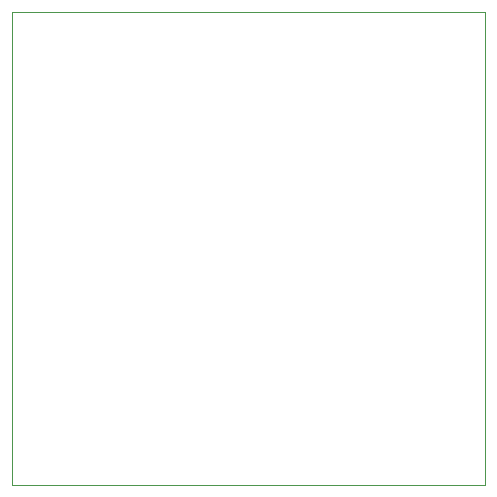
<source format=gbr>
%TF.GenerationSoftware,KiCad,Pcbnew,6.0.5+dfsg-1~bpo11+1*%
%TF.CreationDate,2022-08-22T22:12:17+00:00*%
%TF.ProjectId,LEDcube,4c454463-7562-4652-9e6b-696361645f70,rev?*%
%TF.SameCoordinates,Original*%
%TF.FileFunction,Profile,NP*%
%FSLAX46Y46*%
G04 Gerber Fmt 4.6, Leading zero omitted, Abs format (unit mm)*
G04 Created by KiCad (PCBNEW 6.0.5+dfsg-1~bpo11+1) date 2022-08-22 22:12:17*
%MOMM*%
%LPD*%
G01*
G04 APERTURE LIST*
%TA.AperFunction,Profile*%
%ADD10C,0.100000*%
%TD*%
G04 APERTURE END LIST*
D10*
X120000000Y-120000000D02*
X80000000Y-120000000D01*
X120000000Y-80000000D02*
X120000000Y-120000000D01*
X80000000Y-80000000D02*
X120000000Y-80000000D01*
X80000000Y-120000000D02*
X80000000Y-80000000D01*
M02*

</source>
